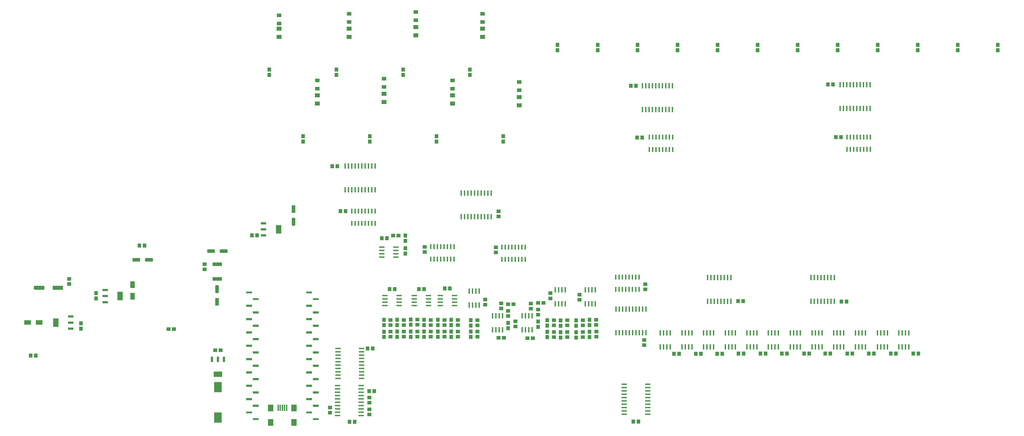
<source format=gtp>
%FSLAX25Y25*%
%MOIN*%
G70*
G01*
G75*
G04 Layer_Color=8421504*
%ADD10R,0.05512X0.11811*%
G04:AMPARAMS|DCode=11|XSize=118.11mil|YSize=55.12mil|CornerRadius=13.78mil|HoleSize=0mil|Usage=FLASHONLY|Rotation=90.000|XOffset=0mil|YOffset=0mil|HoleType=Round|Shape=RoundedRectangle|*
%AMROUNDEDRECTD11*
21,1,0.11811,0.02756,0,0,90.0*
21,1,0.09055,0.05512,0,0,90.0*
1,1,0.02756,0.01378,0.04528*
1,1,0.02756,0.01378,-0.04528*
1,1,0.02756,-0.01378,-0.04528*
1,1,0.02756,-0.01378,0.04528*
%
%ADD11ROUNDEDRECTD11*%
%ADD12R,0.05709X0.05906*%
%ADD13R,0.08268X0.12992*%
%ADD14R,0.08268X0.03543*%
%ADD15R,0.07874X0.02362*%
%ADD16R,0.02362X0.08071*%
%ADD17R,0.09000X0.02500*%
%ADD18R,0.09000X0.03500*%
%ADD19R,0.05906X0.05709*%
%ADD20R,0.08071X0.02362*%
%ADD21R,0.02362X0.07480*%
%ADD22R,0.05906X0.05709*%
%ADD23R,0.02362X0.07874*%
%ADD24R,0.11811X0.15748*%
%ADD25R,0.12992X0.08268*%
%ADD26R,0.03543X0.08268*%
%ADD27R,0.01969X0.09252*%
%ADD28R,0.07874X0.09843*%
%ADD29R,0.05709X0.05906*%
%ADD30R,0.14000X0.05500*%
%ADD31R,0.06693X0.09843*%
%ADD32R,0.11811X0.05512*%
G04:AMPARAMS|DCode=33|XSize=118.11mil|YSize=55.12mil|CornerRadius=13.78mil|HoleSize=0mil|Usage=FLASHONLY|Rotation=180.000|XOffset=0mil|YOffset=0mil|HoleType=Round|Shape=RoundedRectangle|*
%AMROUNDEDRECTD33*
21,1,0.11811,0.02756,0,0,180.0*
21,1,0.09055,0.05512,0,0,180.0*
1,1,0.02756,-0.04528,0.01378*
1,1,0.02756,0.04528,0.01378*
1,1,0.02756,0.04528,-0.01378*
1,1,0.02756,-0.04528,-0.01378*
%
%ADD33ROUNDEDRECTD33*%
G04:AMPARAMS|DCode=34|XSize=157.48mil|YSize=62.99mil|CornerRadius=15.75mil|HoleSize=0mil|Usage=FLASHONLY|Rotation=0.000|XOffset=0mil|YOffset=0mil|HoleType=Round|Shape=RoundedRectangle|*
%AMROUNDEDRECTD34*
21,1,0.15748,0.03150,0,0,0.0*
21,1,0.12598,0.06299,0,0,0.0*
1,1,0.03150,0.06299,-0.01575*
1,1,0.03150,-0.06299,-0.01575*
1,1,0.03150,-0.06299,0.01575*
1,1,0.03150,0.06299,0.01575*
%
%ADD34ROUNDEDRECTD34*%
%ADD35R,0.15748X0.06299*%
%ADD36R,0.07480X0.05906*%
%ADD37R,0.07087X0.05512*%
%ADD38R,0.09843X0.06693*%
%ADD39C,0.00600*%
%ADD40C,0.00800*%
%ADD41C,0.02000*%
%ADD42C,0.05000*%
%ADD43C,0.03000*%
%ADD44C,0.07500*%
%ADD45C,0.12500*%
%ADD46C,0.09843*%
%ADD47R,0.05512X0.05512*%
%ADD48C,0.05512*%
%ADD49C,0.07874*%
%ADD50C,0.08661*%
%ADD51R,0.08661X0.08661*%
%ADD52C,0.01772*%
%ADD53C,0.10000*%
%ADD54C,0.11811*%
%ADD55R,0.11811X0.11811*%
%ADD56O,0.04921X0.05906*%
%ADD57C,0.10236*%
%ADD58C,0.04500*%
%ADD59C,0.05118*%
%ADD60C,0.04724*%
%ADD61C,0.03200*%
%ADD62C,0.04000*%
%ADD63C,0.00984*%
%ADD64C,0.02362*%
%ADD65C,0.00787*%
%ADD66C,0.01000*%
%ADD67C,0.01575*%
%ADD68C,0.00500*%
%ADD69R,0.09000X6.30000*%
%ADD70R,1.09500X0.16500*%
%ADD71R,1.22500X0.16500*%
%ADD72R,1.88500X0.16500*%
%ADD73R,2.18000X0.16500*%
%ADD74R,1.62000X0.16500*%
%ADD75R,1.88000X0.16500*%
%ADD76R,2.94000X0.16500*%
%ADD77R,2.63500X0.16500*%
D10*
X516800Y-304451D02*
D03*
X402000Y-443449D02*
D03*
D11*
X516800Y-323349D02*
D03*
X402000Y-424551D02*
D03*
D12*
X454361Y-343700D02*
D03*
X462039D02*
D03*
X1337539Y-196300D02*
D03*
X1329861D02*
D03*
X656739Y-348100D02*
D03*
X649061D02*
D03*
X627661Y-513500D02*
D03*
X635339D02*
D03*
X1346661Y-521000D02*
D03*
X1354339D02*
D03*
X1313661D02*
D03*
X1321339D02*
D03*
X1087161Y-521500D02*
D03*
X1094839D02*
D03*
X1119661D02*
D03*
X1127339D02*
D03*
X1151661D02*
D03*
X1159339D02*
D03*
X1183661Y-521000D02*
D03*
X1191339D02*
D03*
X1216661D02*
D03*
X1224339D02*
D03*
X1282161D02*
D03*
X1289839D02*
D03*
X1248661D02*
D03*
X1256339D02*
D03*
X1379161D02*
D03*
X1386839D02*
D03*
X1445661D02*
D03*
X1453339D02*
D03*
X1412161D02*
D03*
X1419839D02*
D03*
X1338161Y-443000D02*
D03*
X1345839D02*
D03*
X1183161Y-442500D02*
D03*
X1190839D02*
D03*
X594839Y-307500D02*
D03*
X587161D02*
D03*
X1325339Y-117500D02*
D03*
X1317661D02*
D03*
X285661Y-359000D02*
D03*
X293339D02*
D03*
X637839Y-577500D02*
D03*
X630161D02*
D03*
X600661Y-623500D02*
D03*
X608339D02*
D03*
X582339Y-240000D02*
D03*
X574661D02*
D03*
X1039339Y-197000D02*
D03*
X1031661D02*
D03*
X1030239Y-119500D02*
D03*
X1022561D02*
D03*
X1026161Y-623000D02*
D03*
X1033839D02*
D03*
X668339Y-424500D02*
D03*
X660661D02*
D03*
X712339D02*
D03*
X704661D02*
D03*
X751260Y-423500D02*
D03*
X743583D02*
D03*
X130419Y-523980D02*
D03*
X122741D02*
D03*
D13*
X494320Y-334700D02*
D03*
X256821Y-434900D02*
D03*
X160380Y-474600D02*
D03*
D14*
X471879Y-343755D02*
D03*
Y-334700D02*
D03*
Y-325645D02*
D03*
X234380Y-443955D02*
D03*
Y-434900D02*
D03*
Y-425845D02*
D03*
X182820Y-465545D02*
D03*
Y-474600D02*
D03*
Y-483655D02*
D03*
D15*
X583284Y-513500D02*
D03*
Y-518500D02*
D03*
Y-523500D02*
D03*
Y-528500D02*
D03*
Y-533500D02*
D03*
Y-538500D02*
D03*
Y-543500D02*
D03*
Y-548500D02*
D03*
Y-553500D02*
D03*
Y-558500D02*
D03*
X618716Y-513500D02*
D03*
Y-518500D02*
D03*
Y-523500D02*
D03*
Y-528500D02*
D03*
Y-533500D02*
D03*
Y-538500D02*
D03*
Y-543500D02*
D03*
Y-548500D02*
D03*
Y-553500D02*
D03*
Y-558500D02*
D03*
X582784Y-569000D02*
D03*
Y-574000D02*
D03*
Y-579000D02*
D03*
Y-584000D02*
D03*
Y-589000D02*
D03*
Y-594000D02*
D03*
Y-599000D02*
D03*
Y-604000D02*
D03*
Y-609000D02*
D03*
Y-614000D02*
D03*
X618217Y-569000D02*
D03*
Y-574000D02*
D03*
Y-579000D02*
D03*
Y-584000D02*
D03*
Y-589000D02*
D03*
Y-594000D02*
D03*
Y-599000D02*
D03*
Y-604000D02*
D03*
Y-609000D02*
D03*
Y-614000D02*
D03*
X1047717Y-612000D02*
D03*
Y-607000D02*
D03*
Y-602000D02*
D03*
Y-597000D02*
D03*
Y-592000D02*
D03*
Y-587000D02*
D03*
Y-582000D02*
D03*
Y-577000D02*
D03*
Y-572000D02*
D03*
Y-567000D02*
D03*
X1012284Y-612000D02*
D03*
Y-607000D02*
D03*
Y-602000D02*
D03*
Y-597000D02*
D03*
Y-592000D02*
D03*
Y-587000D02*
D03*
Y-582000D02*
D03*
Y-577000D02*
D03*
Y-572000D02*
D03*
Y-567000D02*
D03*
D16*
X1402000Y-489968D02*
D03*
X1397000D02*
D03*
Y-511031D02*
D03*
X1392000Y-489968D02*
D03*
X1407000Y-511031D02*
D03*
X1402000D02*
D03*
X1392000D02*
D03*
X1407000Y-489968D02*
D03*
X1434000D02*
D03*
X1429000D02*
D03*
Y-511031D02*
D03*
X1424000Y-489968D02*
D03*
X1439000Y-511031D02*
D03*
X1434000D02*
D03*
X1424000D02*
D03*
X1439000Y-489968D02*
D03*
X1369000D02*
D03*
X1364000D02*
D03*
Y-511031D02*
D03*
X1359000Y-489968D02*
D03*
X1374000Y-511031D02*
D03*
X1369000D02*
D03*
X1359000D02*
D03*
X1374000Y-489968D02*
D03*
X1336500D02*
D03*
X1331500D02*
D03*
Y-511031D02*
D03*
X1326500Y-489968D02*
D03*
X1341500Y-511031D02*
D03*
X1336500D02*
D03*
X1326500D02*
D03*
X1341500Y-489968D02*
D03*
X1304000D02*
D03*
X1299000D02*
D03*
Y-511031D02*
D03*
X1294000Y-489968D02*
D03*
X1309000Y-511031D02*
D03*
X1304000D02*
D03*
X1294000D02*
D03*
X1309000Y-489968D02*
D03*
X1271500D02*
D03*
X1266500D02*
D03*
Y-511031D02*
D03*
X1261500Y-489968D02*
D03*
X1276500Y-511031D02*
D03*
X1271500D02*
D03*
X1261500D02*
D03*
X1276500Y-489968D02*
D03*
X1238500D02*
D03*
X1233500D02*
D03*
Y-511031D02*
D03*
X1228500Y-489968D02*
D03*
X1243500Y-511031D02*
D03*
X1238500D02*
D03*
X1228500D02*
D03*
X1243500Y-489968D02*
D03*
X1206500D02*
D03*
X1201500D02*
D03*
Y-511031D02*
D03*
X1196500Y-489968D02*
D03*
X1211500Y-511031D02*
D03*
X1206500D02*
D03*
X1196500D02*
D03*
X1211500Y-489968D02*
D03*
X1174000D02*
D03*
X1169000D02*
D03*
Y-511031D02*
D03*
X1164000Y-489968D02*
D03*
X1179000Y-511031D02*
D03*
X1174000D02*
D03*
X1164000D02*
D03*
X1179000Y-489968D02*
D03*
X1141500D02*
D03*
X1136500D02*
D03*
Y-511031D02*
D03*
X1131500Y-489968D02*
D03*
X1146500Y-511031D02*
D03*
X1141500D02*
D03*
X1131500D02*
D03*
X1146500Y-489968D02*
D03*
X1109000D02*
D03*
X1104000D02*
D03*
Y-511031D02*
D03*
X1099000Y-489968D02*
D03*
X1114000Y-511031D02*
D03*
X1109000D02*
D03*
X1099000D02*
D03*
X1114000Y-489968D02*
D03*
X1076500D02*
D03*
X1071500D02*
D03*
Y-511031D02*
D03*
X1066500Y-489968D02*
D03*
X1081500Y-511031D02*
D03*
X1076500D02*
D03*
X1066500D02*
D03*
X1081500Y-489968D02*
D03*
X785000Y-448532D02*
D03*
X790000D02*
D03*
Y-427469D02*
D03*
X795000Y-448532D02*
D03*
X780000Y-427469D02*
D03*
X785000D02*
D03*
X795000D02*
D03*
X780000Y-448532D02*
D03*
X919000Y-425468D02*
D03*
X914000D02*
D03*
Y-446531D02*
D03*
X909000Y-425468D02*
D03*
X924000Y-446531D02*
D03*
X919000D02*
D03*
X909000D02*
D03*
X924000Y-425468D02*
D03*
X964000D02*
D03*
X959000D02*
D03*
Y-446531D02*
D03*
X954000Y-425468D02*
D03*
X969000Y-446531D02*
D03*
X964000D02*
D03*
X954000D02*
D03*
X969000Y-425468D02*
D03*
X869500Y-464468D02*
D03*
X864500D02*
D03*
Y-485531D02*
D03*
X859500Y-464468D02*
D03*
X874500Y-485531D02*
D03*
X869500D02*
D03*
X859500D02*
D03*
X874500Y-464468D02*
D03*
X825000D02*
D03*
X820000D02*
D03*
Y-485531D02*
D03*
X815000Y-464468D02*
D03*
X830000Y-485531D02*
D03*
X825000D02*
D03*
X815000D02*
D03*
X830000Y-464468D02*
D03*
D17*
X550000Y-619500D02*
D03*
X540000Y-609500D02*
D03*
X550000Y-439500D02*
D03*
X540000Y-429500D02*
D03*
X450000D02*
D03*
X460000Y-439500D02*
D03*
X450000Y-609500D02*
D03*
X460000Y-619500D02*
D03*
D18*
X550000Y-599500D02*
D03*
X540000Y-589500D02*
D03*
X550000Y-579500D02*
D03*
X540000Y-569500D02*
D03*
X550000Y-559500D02*
D03*
X540000Y-549500D02*
D03*
X550000Y-539500D02*
D03*
X540000Y-529500D02*
D03*
X550000Y-519500D02*
D03*
X540000Y-509500D02*
D03*
X550000Y-499500D02*
D03*
X540000Y-489500D02*
D03*
X550000Y-479500D02*
D03*
X540000Y-469500D02*
D03*
X550000Y-459500D02*
D03*
X540000Y-449500D02*
D03*
X450000D02*
D03*
X460000Y-459500D02*
D03*
X450000Y-469500D02*
D03*
X460000Y-479500D02*
D03*
X450000Y-489500D02*
D03*
X460000Y-499500D02*
D03*
X450000Y-509500D02*
D03*
X460000Y-519500D02*
D03*
X450000Y-529500D02*
D03*
X460000Y-539500D02*
D03*
X450000Y-549500D02*
D03*
X460000Y-559500D02*
D03*
X450000Y-569500D02*
D03*
X460000Y-579500D02*
D03*
X450000Y-589500D02*
D03*
X460000Y-599500D02*
D03*
D19*
X673937Y-344000D02*
D03*
X666063D02*
D03*
X407437Y-516000D02*
D03*
X399563D02*
D03*
X329563Y-484500D02*
D03*
X337437D02*
D03*
X846437Y-447000D02*
D03*
X838563D02*
D03*
X831937Y-497500D02*
D03*
X824063D02*
D03*
X891437Y-445000D02*
D03*
X883563D02*
D03*
X875437Y-498000D02*
D03*
X867563D02*
D03*
D20*
X670032Y-376500D02*
D03*
X648969Y-361500D02*
D03*
Y-371500D02*
D03*
Y-376500D02*
D03*
X670032Y-361500D02*
D03*
X648969Y-366500D02*
D03*
X670032D02*
D03*
Y-371500D02*
D03*
X674953Y-444000D02*
D03*
Y-439000D02*
D03*
X653890D02*
D03*
X674953Y-434000D02*
D03*
X653890Y-449000D02*
D03*
Y-444000D02*
D03*
Y-434000D02*
D03*
X674953Y-449000D02*
D03*
X718953Y-444000D02*
D03*
Y-439000D02*
D03*
X697890D02*
D03*
X718953Y-434000D02*
D03*
X697890Y-449000D02*
D03*
Y-444000D02*
D03*
Y-434000D02*
D03*
X718953Y-449000D02*
D03*
X757953Y-444000D02*
D03*
Y-439000D02*
D03*
X736890D02*
D03*
X757953Y-434000D02*
D03*
X736890Y-449000D02*
D03*
Y-444000D02*
D03*
Y-434000D02*
D03*
X757953Y-449000D02*
D03*
D21*
X829000Y-379752D02*
D03*
X834000D02*
D03*
X839000D02*
D03*
X844000D02*
D03*
X849000D02*
D03*
X854000D02*
D03*
X859000D02*
D03*
X864000D02*
D03*
X829000Y-361248D02*
D03*
X834000D02*
D03*
X839000D02*
D03*
X844000D02*
D03*
X849000D02*
D03*
X854000D02*
D03*
X859000D02*
D03*
X864000D02*
D03*
X722500Y-379252D02*
D03*
X727500D02*
D03*
X732500D02*
D03*
X737500D02*
D03*
X742500D02*
D03*
X747500D02*
D03*
X752500D02*
D03*
X757500D02*
D03*
X722500Y-360748D02*
D03*
X727500D02*
D03*
X732500D02*
D03*
X737500D02*
D03*
X742500D02*
D03*
X747500D02*
D03*
X752500D02*
D03*
X757500D02*
D03*
X639033Y-307310D02*
D03*
X634033D02*
D03*
X629033D02*
D03*
X624033D02*
D03*
X619033D02*
D03*
X614033D02*
D03*
X609033D02*
D03*
X604033D02*
D03*
X639033Y-325813D02*
D03*
X634033D02*
D03*
X629033D02*
D03*
X624033D02*
D03*
X619033D02*
D03*
X614033D02*
D03*
X609033D02*
D03*
X604033D02*
D03*
X999900Y-424752D02*
D03*
X1004900D02*
D03*
X1009900D02*
D03*
X1014900D02*
D03*
X1019900D02*
D03*
X1024900D02*
D03*
X1029900D02*
D03*
X1034900D02*
D03*
X999900Y-406248D02*
D03*
X1004900D02*
D03*
X1009900D02*
D03*
X1014900D02*
D03*
X1019900D02*
D03*
X1024900D02*
D03*
X1029900D02*
D03*
X1034900D02*
D03*
X1085250Y-196449D02*
D03*
X1080250D02*
D03*
X1075250D02*
D03*
X1070250D02*
D03*
X1065250D02*
D03*
X1060250D02*
D03*
X1055250D02*
D03*
X1050250D02*
D03*
X1085250Y-214953D02*
D03*
X1080250D02*
D03*
X1075250D02*
D03*
X1070250D02*
D03*
X1065250D02*
D03*
X1060250D02*
D03*
X1055250D02*
D03*
X1050250D02*
D03*
X1381500Y-196248D02*
D03*
X1376500D02*
D03*
X1371500D02*
D03*
X1366500D02*
D03*
X1361500D02*
D03*
X1356500D02*
D03*
X1351500D02*
D03*
X1346500D02*
D03*
X1381500Y-214752D02*
D03*
X1376500D02*
D03*
X1371500D02*
D03*
X1366500D02*
D03*
X1361500D02*
D03*
X1356500D02*
D03*
X1351500D02*
D03*
X1346500D02*
D03*
D22*
X820000Y-361661D02*
D03*
Y-369339D02*
D03*
X713500Y-361161D02*
D03*
Y-368839D02*
D03*
X824000Y-315339D02*
D03*
Y-307661D02*
D03*
X383500Y-394839D02*
D03*
Y-387161D02*
D03*
X180500Y-416839D02*
D03*
Y-409161D02*
D03*
X630500Y-587161D02*
D03*
Y-594839D02*
D03*
X571500Y-602161D02*
D03*
Y-609839D02*
D03*
X630500Y-604661D02*
D03*
Y-612339D02*
D03*
X1042400Y-508339D02*
D03*
Y-500661D02*
D03*
X1044000Y-417061D02*
D03*
Y-424739D02*
D03*
X662000Y-488161D02*
D03*
Y-495839D02*
D03*
Y-470661D02*
D03*
Y-478339D02*
D03*
X682000Y-488161D02*
D03*
Y-495839D02*
D03*
Y-470661D02*
D03*
Y-478339D02*
D03*
X702500Y-488161D02*
D03*
Y-495839D02*
D03*
Y-470000D02*
D03*
Y-477677D02*
D03*
X722500Y-488161D02*
D03*
Y-495839D02*
D03*
Y-470661D02*
D03*
Y-478339D02*
D03*
X743000Y-488161D02*
D03*
Y-495839D02*
D03*
Y-470661D02*
D03*
Y-478339D02*
D03*
X763000Y-488161D02*
D03*
Y-495839D02*
D03*
Y-470661D02*
D03*
Y-478339D02*
D03*
X792500Y-488161D02*
D03*
Y-495839D02*
D03*
Y-471161D02*
D03*
Y-478839D02*
D03*
X838500Y-464839D02*
D03*
Y-457161D02*
D03*
X828000Y-453339D02*
D03*
Y-445661D02*
D03*
X883500Y-462839D02*
D03*
Y-455161D02*
D03*
X872500Y-453839D02*
D03*
Y-446161D02*
D03*
X907000Y-488661D02*
D03*
Y-496339D02*
D03*
Y-471161D02*
D03*
Y-478839D02*
D03*
X927000Y-488661D02*
D03*
Y-496339D02*
D03*
Y-471161D02*
D03*
Y-478839D02*
D03*
X950500Y-488661D02*
D03*
Y-496339D02*
D03*
Y-471161D02*
D03*
Y-478839D02*
D03*
X970600Y-488161D02*
D03*
Y-495839D02*
D03*
X970500Y-470461D02*
D03*
Y-478139D02*
D03*
X804000Y-447839D02*
D03*
Y-440161D02*
D03*
X901900Y-430561D02*
D03*
Y-438239D02*
D03*
X945500Y-432661D02*
D03*
Y-440339D02*
D03*
X849500Y-472661D02*
D03*
Y-480339D02*
D03*
D23*
X1381089Y-117894D02*
D03*
X1376089D02*
D03*
X1371089D02*
D03*
X1366089D02*
D03*
X1361089D02*
D03*
X1356089D02*
D03*
X1351089D02*
D03*
X1346089D02*
D03*
X1341089D02*
D03*
X1336089D02*
D03*
X1381089Y-153327D02*
D03*
X1376089D02*
D03*
X1371089D02*
D03*
X1366089D02*
D03*
X1361089D02*
D03*
X1356089D02*
D03*
X1351089D02*
D03*
X1346089D02*
D03*
X1341089D02*
D03*
X1336089D02*
D03*
X1000000Y-489716D02*
D03*
X1005000D02*
D03*
X1010000D02*
D03*
X1015000D02*
D03*
X1020000D02*
D03*
X1025000D02*
D03*
X1030000D02*
D03*
X1035000D02*
D03*
X1040000D02*
D03*
X1045000D02*
D03*
X1000000Y-454284D02*
D03*
X1005000D02*
D03*
X1010000D02*
D03*
X1015000D02*
D03*
X1020000D02*
D03*
X1025000D02*
D03*
X1030000D02*
D03*
X1035000D02*
D03*
X1040000D02*
D03*
X1045000D02*
D03*
X639202Y-239868D02*
D03*
X634202D02*
D03*
X629202D02*
D03*
X624202D02*
D03*
X619202D02*
D03*
X614202D02*
D03*
X609202D02*
D03*
X604202D02*
D03*
X599202D02*
D03*
X594202D02*
D03*
X639202Y-275302D02*
D03*
X634202D02*
D03*
X629202D02*
D03*
X624202D02*
D03*
X619202D02*
D03*
X614202D02*
D03*
X609202D02*
D03*
X604202D02*
D03*
X599202D02*
D03*
X594202D02*
D03*
X1084928Y-119468D02*
D03*
X1079928D02*
D03*
X1074928D02*
D03*
X1069928D02*
D03*
X1064928D02*
D03*
X1059928D02*
D03*
X1054928D02*
D03*
X1049928D02*
D03*
X1044928D02*
D03*
X1039928D02*
D03*
X1084928Y-154902D02*
D03*
X1079928D02*
D03*
X1074928D02*
D03*
X1069928D02*
D03*
X1064928D02*
D03*
X1059928D02*
D03*
X1054928D02*
D03*
X1049928D02*
D03*
X1044928D02*
D03*
X1039928D02*
D03*
X1327500Y-407185D02*
D03*
X1322500D02*
D03*
X1317500D02*
D03*
X1312500D02*
D03*
X1307500D02*
D03*
X1302500D02*
D03*
X1297500D02*
D03*
X1292500D02*
D03*
X1327500Y-442815D02*
D03*
X1322500D02*
D03*
X1317500D02*
D03*
X1312500D02*
D03*
X1307500D02*
D03*
X1302500D02*
D03*
X1297500D02*
D03*
X1292500D02*
D03*
X1172500Y-407185D02*
D03*
X1167500D02*
D03*
X1162500D02*
D03*
X1157500D02*
D03*
X1152500D02*
D03*
X1147500D02*
D03*
X1142500D02*
D03*
X1137500D02*
D03*
X1172500Y-442815D02*
D03*
X1167500D02*
D03*
X1162500D02*
D03*
X1157500D02*
D03*
X1152500D02*
D03*
X1147500D02*
D03*
X1142500D02*
D03*
X1137500D02*
D03*
X813000Y-280283D02*
D03*
X808000D02*
D03*
X803000D02*
D03*
X798000D02*
D03*
X793000D02*
D03*
X788000D02*
D03*
X783000D02*
D03*
X778000D02*
D03*
X773000D02*
D03*
X768000D02*
D03*
X813000Y-315717D02*
D03*
X808000D02*
D03*
X803000D02*
D03*
X798000D02*
D03*
X793000D02*
D03*
X788000D02*
D03*
X783000D02*
D03*
X778000D02*
D03*
X773000D02*
D03*
X768000D02*
D03*
D24*
X403500Y-571272D02*
D03*
Y-616941D02*
D03*
D25*
Y-552220D02*
D03*
D26*
X394445Y-529779D02*
D03*
X403500D02*
D03*
X412555D02*
D03*
D27*
X493701Y-602365D02*
D03*
X496850Y-602367D02*
D03*
X500000D02*
D03*
X506299D02*
D03*
X503150D02*
D03*
D28*
X482480Y-602582D02*
D03*
Y-624235D02*
D03*
X517520D02*
D03*
Y-602582D02*
D03*
D29*
X220800Y-438337D02*
D03*
Y-430463D02*
D03*
X1572500Y-65937D02*
D03*
Y-58063D02*
D03*
X1512500Y-65937D02*
D03*
Y-58063D02*
D03*
X1452500Y-65937D02*
D03*
Y-58063D02*
D03*
X1392500Y-65937D02*
D03*
Y-58063D02*
D03*
X1332500Y-65937D02*
D03*
Y-58063D02*
D03*
X1272500Y-65937D02*
D03*
Y-58063D02*
D03*
X1212500Y-65937D02*
D03*
Y-58063D02*
D03*
X1152500Y-65937D02*
D03*
Y-58063D02*
D03*
X1092500Y-65937D02*
D03*
Y-58063D02*
D03*
X1032500Y-65937D02*
D03*
Y-58063D02*
D03*
X972800Y-66037D02*
D03*
Y-58163D02*
D03*
X831000Y-202937D02*
D03*
Y-195063D02*
D03*
X781000Y-102937D02*
D03*
Y-95063D02*
D03*
X731000Y-202937D02*
D03*
Y-195063D02*
D03*
X681000Y-102937D02*
D03*
Y-95063D02*
D03*
X631000Y-202937D02*
D03*
Y-195063D02*
D03*
X581000Y-102937D02*
D03*
Y-95063D02*
D03*
X531000Y-202937D02*
D03*
Y-195063D02*
D03*
X480500Y-102937D02*
D03*
Y-95063D02*
D03*
X912500Y-65937D02*
D03*
Y-58063D02*
D03*
X652500Y-496137D02*
D03*
Y-488263D02*
D03*
Y-478437D02*
D03*
Y-470563D02*
D03*
X672000Y-495937D02*
D03*
Y-488063D02*
D03*
Y-478437D02*
D03*
Y-470563D02*
D03*
X692500Y-495937D02*
D03*
Y-488063D02*
D03*
Y-477776D02*
D03*
Y-469902D02*
D03*
X684500Y-370937D02*
D03*
Y-363063D02*
D03*
Y-344063D02*
D03*
Y-351937D02*
D03*
X712500Y-495937D02*
D03*
Y-488063D02*
D03*
Y-478437D02*
D03*
Y-470563D02*
D03*
X733000Y-495937D02*
D03*
Y-488063D02*
D03*
Y-478437D02*
D03*
Y-470563D02*
D03*
X753000Y-495937D02*
D03*
Y-488063D02*
D03*
Y-478437D02*
D03*
Y-470563D02*
D03*
X782500Y-495937D02*
D03*
Y-488063D02*
D03*
Y-478937D02*
D03*
Y-471063D02*
D03*
X838500Y-482937D02*
D03*
Y-475063D02*
D03*
X883500Y-480937D02*
D03*
Y-473063D02*
D03*
X897000Y-496437D02*
D03*
Y-488563D02*
D03*
Y-478937D02*
D03*
Y-471063D02*
D03*
X917000Y-496937D02*
D03*
Y-489063D02*
D03*
Y-479437D02*
D03*
Y-471563D02*
D03*
X940500Y-496937D02*
D03*
Y-489063D02*
D03*
Y-479437D02*
D03*
Y-471563D02*
D03*
X960500Y-496437D02*
D03*
Y-488563D02*
D03*
Y-478437D02*
D03*
Y-470563D02*
D03*
X198200Y-475863D02*
D03*
Y-483737D02*
D03*
D30*
X402500Y-387000D02*
D03*
Y-409000D02*
D03*
D31*
X275500Y-417739D02*
D03*
Y-435061D02*
D03*
D32*
X393051Y-367500D02*
D03*
X281051Y-380500D02*
D03*
D33*
X411949Y-367500D02*
D03*
X299949Y-380500D02*
D03*
D34*
X135524Y-422500D02*
D03*
D35*
X163476D02*
D03*
D36*
X855000Y-148602D02*
D03*
Y-136398D02*
D03*
X800000Y-46102D02*
D03*
Y-33898D02*
D03*
X755000Y-146102D02*
D03*
Y-133898D02*
D03*
X700000Y-43602D02*
D03*
Y-31398D02*
D03*
X652500Y-143602D02*
D03*
Y-131398D02*
D03*
X600000Y-46102D02*
D03*
Y-33898D02*
D03*
X552500Y-146102D02*
D03*
Y-133898D02*
D03*
X495000Y-46102D02*
D03*
Y-33898D02*
D03*
D37*
X855000Y-113898D02*
D03*
Y-126102D02*
D03*
X800000Y-11398D02*
D03*
Y-23602D02*
D03*
X755000Y-111398D02*
D03*
Y-123602D02*
D03*
X700000Y-8898D02*
D03*
Y-21102D02*
D03*
X652500Y-108898D02*
D03*
Y-121102D02*
D03*
X600000Y-11398D02*
D03*
Y-23602D02*
D03*
X552500Y-111398D02*
D03*
Y-123602D02*
D03*
X495000Y-13898D02*
D03*
Y-26102D02*
D03*
D38*
X118239Y-474400D02*
D03*
X135561D02*
D03*
M02*

</source>
